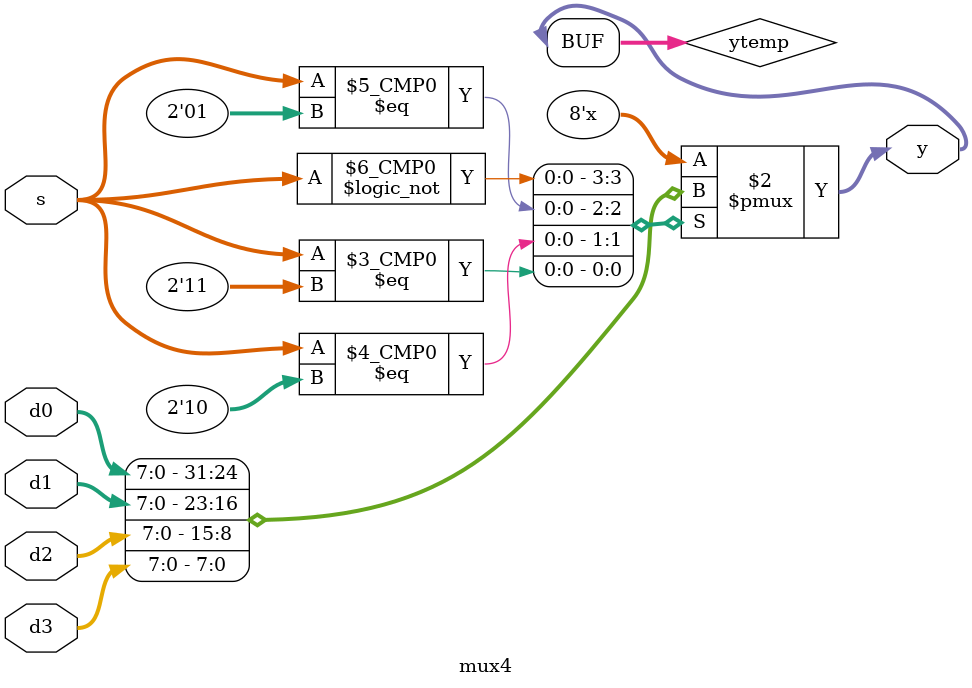
<source format=v>
`timescale 1ns / 1ps


module mux4 #(parameter WIDTH = 8)(
	input wire[WIDTH-1:0] d0,d1,d2,d3,
	input wire[1:0] s,
	output wire[WIDTH-1:0] y
    );
reg[WIDTH-1:0] ytemp;
always @(*)begin
    case(s)
        2'b00:begin
            ytemp <= d0;
        end
        2'b01:begin
            ytemp <= d1;
        end
        2'b10:begin
            ytemp <= d2;
        end
        2'b11:begin
            ytemp <= d3;
        end
        default:begin
            ytemp <= 0;
        end
    endcase
end
	
	assign y = ytemp;
endmodule

</source>
